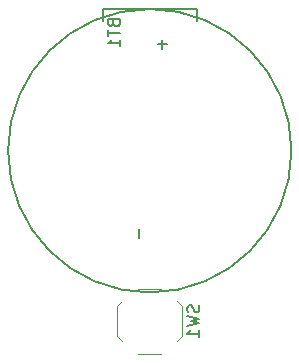
<source format=gbr>
G04 #@! TF.GenerationSoftware,KiCad,Pcbnew,(5.1.4)-1*
G04 #@! TF.CreationDate,2020-12-20T16:29:45-05:00*
G04 #@! TF.ProjectId,circuit,63697263-7569-4742-9e6b-696361645f70,1*
G04 #@! TF.SameCoordinates,Original*
G04 #@! TF.FileFunction,Legend,Bot*
G04 #@! TF.FilePolarity,Positive*
%FSLAX46Y46*%
G04 Gerber Fmt 4.6, Leading zero omitted, Abs format (unit mm)*
G04 Created by KiCad (PCBNEW (5.1.4)-1) date 2020-12-20 16:29:45*
%MOMM*%
%LPD*%
G04 APERTURE LIST*
%ADD10C,0.150000*%
%ADD11C,0.120000*%
G04 APERTURE END LIST*
D10*
X112291900Y-149102300D02*
G75*
G03X112291900Y-149102300I-12000000J0D01*
G01*
X100291900Y-137102300D02*
X104291900Y-137102300D01*
X104291900Y-137102300D02*
X104291900Y-138102300D01*
X104291900Y-138102300D02*
X104291900Y-137102300D01*
X104291900Y-137102300D02*
X96291900Y-137102300D01*
X96291900Y-137102300D02*
X96291900Y-138102300D01*
D11*
X97971580Y-165232820D02*
X97521580Y-164782820D01*
X97971580Y-161832820D02*
X97521580Y-162282820D01*
X102571580Y-161832820D02*
X103021580Y-162282820D01*
X102571580Y-165232820D02*
X103021580Y-164782820D01*
X101271580Y-160782820D02*
X99271580Y-160782820D01*
X97521580Y-164782820D02*
X97521580Y-162282820D01*
X101271580Y-166282820D02*
X99271580Y-166282820D01*
X103021580Y-164782820D02*
X103021580Y-162282820D01*
D10*
X97220471Y-138316585D02*
X97268090Y-138459442D01*
X97315709Y-138507061D01*
X97410947Y-138554680D01*
X97553804Y-138554680D01*
X97649042Y-138507061D01*
X97696661Y-138459442D01*
X97744280Y-138364204D01*
X97744280Y-137983252D01*
X96744280Y-137983252D01*
X96744280Y-138316585D01*
X96791900Y-138411823D01*
X96839519Y-138459442D01*
X96934757Y-138507061D01*
X97029995Y-138507061D01*
X97125233Y-138459442D01*
X97172852Y-138411823D01*
X97220471Y-138316585D01*
X97220471Y-137983252D01*
X96744280Y-138840395D02*
X96744280Y-139411823D01*
X97744280Y-139126109D02*
X96744280Y-139126109D01*
X97744280Y-140268966D02*
X97744280Y-139697538D01*
X97744280Y-139983252D02*
X96744280Y-139983252D01*
X96887138Y-139888014D01*
X96982376Y-139792776D01*
X97029995Y-139697538D01*
X101363328Y-139721347D02*
X101363328Y-140483252D01*
X101744280Y-140102300D02*
X100982376Y-140102300D01*
X99363328Y-155721347D02*
X99363328Y-156483252D01*
X104426341Y-162199486D02*
X104473960Y-162342343D01*
X104473960Y-162580439D01*
X104426341Y-162675677D01*
X104378722Y-162723296D01*
X104283484Y-162770915D01*
X104188246Y-162770915D01*
X104093008Y-162723296D01*
X104045389Y-162675677D01*
X103997770Y-162580439D01*
X103950151Y-162389962D01*
X103902532Y-162294724D01*
X103854913Y-162247105D01*
X103759675Y-162199486D01*
X103664437Y-162199486D01*
X103569199Y-162247105D01*
X103521580Y-162294724D01*
X103473960Y-162389962D01*
X103473960Y-162628058D01*
X103521580Y-162770915D01*
X103473960Y-163104248D02*
X104473960Y-163342343D01*
X103759675Y-163532820D01*
X104473960Y-163723296D01*
X103473960Y-163961391D01*
X104473960Y-164866153D02*
X104473960Y-164294724D01*
X104473960Y-164580439D02*
X103473960Y-164580439D01*
X103616818Y-164485200D01*
X103712056Y-164389962D01*
X103759675Y-164294724D01*
M02*

</source>
